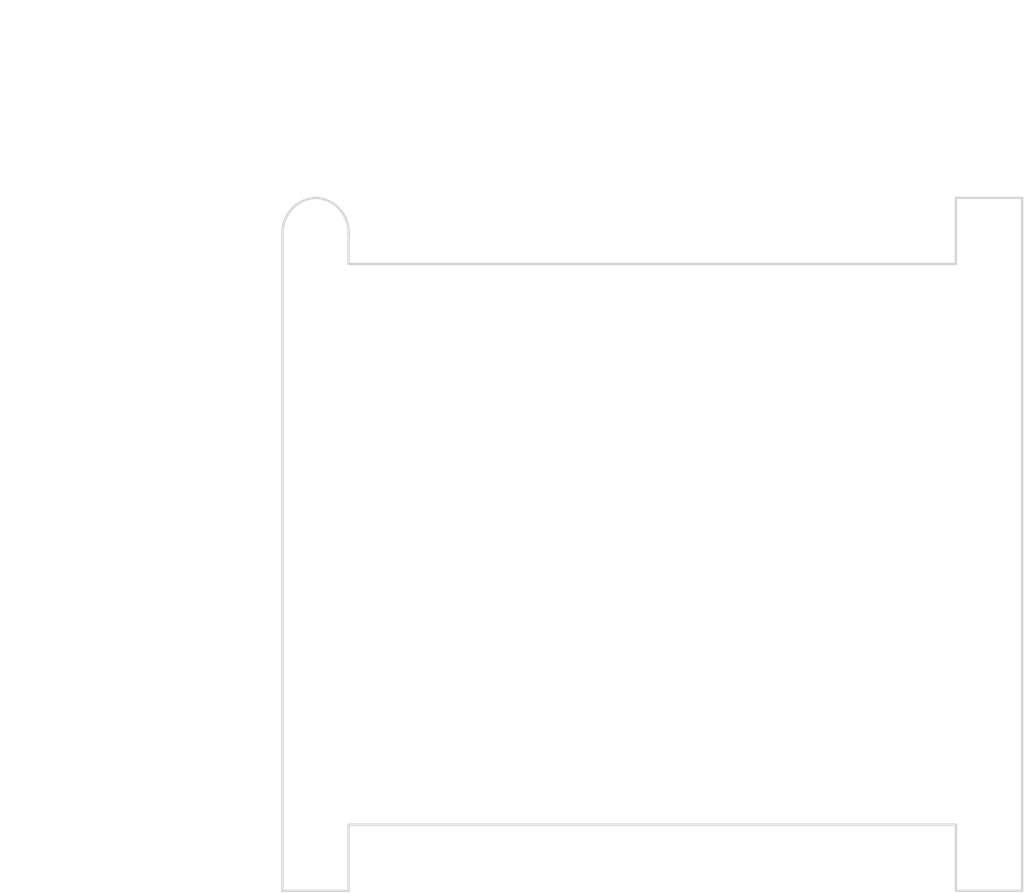
<source format=kicad_pcb>
(kicad_pcb (version 4) (host pcbnew 4.0.5)

  (general
    (links 0)
    (no_connects 0)
    (area 0 0 0 0)
    (thickness 1.6)
    (drawings 15)
    (tracks 0)
    (zones 0)
    (modules 0)
    (nets 1)
  )

  (page A4)
  (layers
    (0 F.Cu signal)
    (31 B.Cu signal)
    (32 B.Adhes user)
    (33 F.Adhes user)
    (34 B.Paste user)
    (35 F.Paste user)
    (36 B.SilkS user)
    (37 F.SilkS user)
    (38 B.Mask user)
    (39 F.Mask user)
    (40 Dwgs.User user)
    (41 Cmts.User user)
    (42 Eco1.User user)
    (43 Eco2.User user)
    (44 Edge.Cuts user)
    (45 Margin user)
    (46 B.CrtYd user)
    (47 F.CrtYd user)
    (48 B.Fab user)
    (49 F.Fab user)
  )

  (setup
    (last_trace_width 0.25)
    (trace_clearance 0.2)
    (zone_clearance 0.508)
    (zone_45_only no)
    (trace_min 0.2)
    (segment_width 0.2)
    (edge_width 0.15)
    (via_size 0.6)
    (via_drill 0.4)
    (via_min_size 0.4)
    (via_min_drill 0.3)
    (uvia_size 0.3)
    (uvia_drill 0.1)
    (uvias_allowed no)
    (uvia_min_size 0.2)
    (uvia_min_drill 0.1)
    (pcb_text_width 0.3)
    (pcb_text_size 1.5 1.5)
    (mod_edge_width 0.15)
    (mod_text_size 1 1)
    (mod_text_width 0.15)
    (pad_size 1.524 1.524)
    (pad_drill 0.762)
    (pad_to_mask_clearance 0.2)
    (aux_axis_origin 0 0)
    (grid_origin 100 100)
    (visible_elements FFFFFF7F)
    (pcbplotparams
      (layerselection 0x00030_80000001)
      (usegerberextensions false)
      (excludeedgelayer true)
      (linewidth 0.100000)
      (plotframeref false)
      (viasonmask false)
      (mode 1)
      (useauxorigin false)
      (hpglpennumber 1)
      (hpglpenspeed 20)
      (hpglpendiameter 15)
      (hpglpenoverlay 2)
      (psnegative false)
      (psa4output false)
      (plotreference true)
      (plotvalue true)
      (plotinvisibletext false)
      (padsonsilk false)
      (subtractmaskfromsilk false)
      (outputformat 1)
      (mirror false)
      (drillshape 1)
      (scaleselection 1)
      (outputdirectory ""))
  )

  (net 0 "")

  (net_class Default "This is the default net class."
    (clearance 0.2)
    (trace_width 0.25)
    (via_dia 0.6)
    (via_drill 0.4)
    (uvia_dia 0.3)
    (uvia_drill 0.1)
  )

  (gr_line (start 100 102.25) (end 100 144.5) (angle 90) (layer Edge.Cuts) (width 0.15))
  (gr_line (start 104.25 104.25) (end 104.25 102.25) (angle 90) (layer Edge.Cuts) (width 0.15))
  (gr_arc (start 102.25 102.25) (end 100 102.25) (angle 90) (layer Edge.Cuts) (width 0.15))
  (gr_arc (start 102 102.25) (end 102.25 100) (angle 90) (layer Edge.Cuts) (width 0.15))
  (gr_line (start 100 144.5) (end 104.25 144.5) (angle 90) (layer Edge.Cuts) (width 0.15))
  (gr_line (start 143.25 144.5) (end 147.5 144.5) (angle 90) (layer Edge.Cuts) (width 0.15))
  (gr_line (start 143.25 100) (end 147.5 100) (angle 90) (layer Edge.Cuts) (width 0.15))
  (gr_line (start 104.25 140.25) (end 143.25 140.25) (angle 90) (layer Edge.Cuts) (width 0.15))
  (gr_line (start 143.25 140.25) (end 143.25 144.5) (angle 90) (layer Edge.Cuts) (width 0.15))
  (gr_line (start 104.25 140.25) (end 104.25 144.5) (angle 90) (layer Edge.Cuts) (width 0.15))
  (gr_line (start 104.25 104.25) (end 143.25 104.25) (angle 90) (layer Edge.Cuts) (width 0.15))
  (gr_line (start 143.25 100) (end 143.25 104.25) (angle 90) (layer Edge.Cuts) (width 0.15))
  (dimension 44.5 (width 0.3) (layer Margin)
    (gr_text "44.500 mm" (at 88.15 122.25 270) (layer Margin)
      (effects (font (size 1.5 1.5) (thickness 0.3)))
    )
    (feature1 (pts (xy 100 144.5) (xy 86.8 144.5)))
    (feature2 (pts (xy 100 100) (xy 86.8 100)))
    (crossbar (pts (xy 89.5 100) (xy 89.5 144.5)))
    (arrow1a (pts (xy 89.5 144.5) (xy 88.913579 143.373496)))
    (arrow1b (pts (xy 89.5 144.5) (xy 90.086421 143.373496)))
    (arrow2a (pts (xy 89.5 100) (xy 88.913579 101.126504)))
    (arrow2b (pts (xy 89.5 100) (xy 90.086421 101.126504)))
  )
  (dimension 47.5 (width 0.3) (layer Margin)
    (gr_text "47.500 mm" (at 123.75 89.15) (layer Margin)
      (effects (font (size 1.5 1.5) (thickness 0.3)))
    )
    (feature1 (pts (xy 100 100) (xy 100 87.8)))
    (feature2 (pts (xy 147.5 100) (xy 147.5 87.8)))
    (crossbar (pts (xy 147.5 90.5) (xy 100 90.5)))
    (arrow1a (pts (xy 100 90.5) (xy 101.126504 89.913579)))
    (arrow1b (pts (xy 100 90.5) (xy 101.126504 91.086421)))
    (arrow2a (pts (xy 147.5 90.5) (xy 146.373496 89.913579)))
    (arrow2b (pts (xy 147.5 90.5) (xy 146.373496 91.086421)))
  )
  (gr_line (start 147.5 100) (end 147.5 144.5) (angle 90) (layer Edge.Cuts) (width 0.15))

)

</source>
